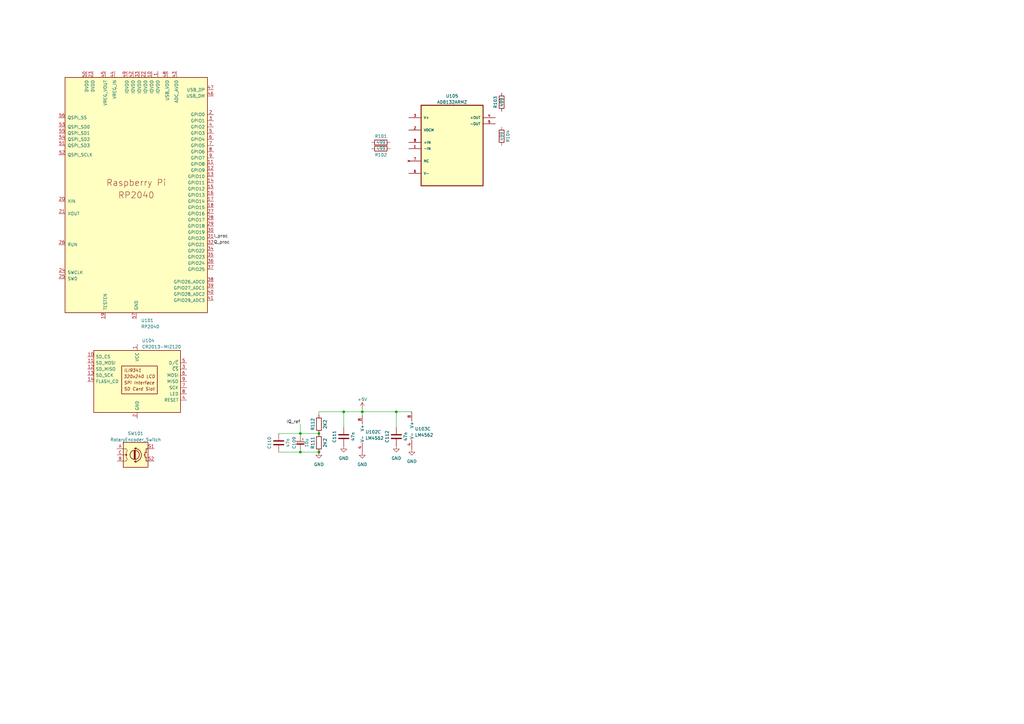
<source format=kicad_sch>
(kicad_sch (version 20220404) (generator eeschema)
  (paper "A3")
  (lib_symbols
    (symbol "AD8132ARMZ:AD8132ARMZ" (pin_names (offset 1.016))
      (property "Reference" "U" (at -4.8006 15.4432 0))
      (property "Value" "AD8132ARMZ" (at -6.2484 -25.0952 0))
      (symbol "AD8132ARMZ_0_0"
        (rectangle (start -12.7 -20.32) (end 12.7 12.7) (stroke (width 0.4064)) (fill (type background)))
        (pin input line (at -17.78 -5.08 0) (length 5.08) (name "-IN") (number "1"))
        (pin passive line (at -17.78 2.54 0) (length 5.08) (name "VOCM") (number "2"))
        (pin power_in line (at -17.78 7.62 0) (length 5.08) (name "V+") (number "3"))
        (pin output line (at 17.78 7.62 180) (length 5.08) (name "+OUT") (number "4"))
        (pin output line (at 17.78 5.08 180) (length 5.08) (name "-OUT") (number "5"))
        (pin power_in line (at -17.78 -15.24 0) (length 5.08) (name "V-") (number "6"))
        (pin no_connect line (at -17.78 -10.16 0) (length 5.08) (name "NC") (number "7"))
        (pin input line (at -17.78 -2.54 0) (length 5.08) (name "+IN") (number "8"))
      )
    )
    (symbol "Amplifier_Operational:LM4562" (pin_names (offset 0.127))
      (property "Reference" "U" (at 0 5.08 0))
      (property "Value" "LM4562" (at 0 -5.08 0))
      (symbol "LM4562_1_1"
        (polyline (pts (xy -5.08 5.08) (xy 5.08 0) (xy -5.08 -5.08) (xy -5.08 5.08)) (stroke (width 0.254)) (fill (type background)))
        (pin output line (at 7.62 0 180) (length 2.54) (name "~") (number "1"))
        (pin input line (at -7.62 -2.54 0) (length 2.54) (name "-") (number "2"))
        (pin input line (at -7.62 2.54 0) (length 2.54) (name "+") (number "3"))
      )
      (symbol "LM4562_2_1"
        (polyline (pts (xy -5.08 5.08) (xy 5.08 0) (xy -5.08 -5.08) (xy -5.08 5.08)) (stroke (width 0.254)) (fill (type background)))
        (pin input line (at -7.62 2.54 0) (length 2.54) (name "+") (number "5"))
        (pin input line (at -7.62 -2.54 0) (length 2.54) (name "-") (number "6"))
        (pin output line (at 7.62 0 180) (length 2.54) (name "~") (number "7"))
      )
      (symbol "LM4562_3_1"
        (pin power_in line (at -2.54 -7.62 90) (length 3.81) (name "V-") (number "4"))
        (pin power_in line (at -2.54 7.62 270) (length 3.81) (name "V+") (number "8"))
      )
    )
    (symbol "Device:C" (pin_numbers hide) (pin_names (offset 0.254))
      (property "Reference" "C" (at 0.635 2.54 0))
      (property "Value" "C" (at 0.635 -2.54 0))
      (symbol "C_0_1"
        (polyline (pts (xy -2.032 -0.762) (xy 2.032 -0.762)) (stroke (width 0.508)))
        (polyline (pts (xy -2.032 0.762) (xy 2.032 0.762)) (stroke (width 0.508)))
      )
      (symbol "C_1_1"
        (pin passive line (at 0 3.81 270) (length 2.794) (name "~") (number "1"))
        (pin passive line (at 0 -3.81 90) (length 2.794) (name "~") (number "2"))
      )
    )
    (symbol "Device:C_Polarized_Small" (pin_numbers hide) (pin_names (offset 0.254) hide)
      (property "Reference" "C" (at 0.254 1.778 0))
      (property "Value" "C_Polarized_Small" (at 0.254 -2.032 0))
      (symbol "C_Polarized_Small_0_1"
        (rectangle (start -1.524 -0.3048) (end 1.524 -0.6858) (fill (type outline)))
        (rectangle (start -1.524 0.6858) (end 1.524 0.3048))
        (polyline (pts (xy -1.27 1.524) (xy -0.762 1.524)))
        (polyline (pts (xy -1.016 1.27) (xy -1.016 1.778)))
      )
      (symbol "C_Polarized_Small_1_1"
        (pin passive line (at 0 2.54 270) (length 1.8542) (name "~") (number "1"))
        (pin passive line (at 0 -2.54 90) (length 1.8542) (name "~") (number "2"))
      )
    )
    (symbol "Device:R" (pin_numbers hide) (pin_names (offset 0))
      (property "Reference" "R" (at 2.032 0 90))
      (property "Value" "R" (at 0 0 90))
      (symbol "R_0_1"
        (rectangle (start -1.016 -2.54) (end 1.016 2.54) (stroke (width 0.254)))
      )
      (symbol "R_1_1"
        (pin passive line (at 0 3.81 270) (length 1.27) (name "~") (number "1"))
        (pin passive line (at 0 -3.81 90) (length 1.27) (name "~") (number "2"))
      )
    )
    (symbol "Device:RotaryEncoder_Switch" (pin_names (offset 0.254) hide)
      (property "Reference" "SW" (at 0 6.604 0))
      (property "Value" "RotaryEncoder_Switch" (at 0 -6.604 0))
      (symbol "RotaryEncoder_Switch_0_1"
        (rectangle (start -5.08 5.08) (end 5.08 -5.08) (stroke (width 0.254)) (fill (type background)))
        (circle (center -3.81 0) (radius 0.254) (fill (type outline)))
        (arc (start -0.381 -2.794) (mid 2.3622 -0.0508) (end -0.381 2.667) (stroke (width 0.254)))
        (circle (center -0.381 0) (radius 1.905) (stroke (width 0.254)))
        (polyline (pts (xy -0.635 -1.778) (xy -0.635 1.778)) (stroke (width 0.254)))
        (polyline (pts (xy -0.381 -1.778) (xy -0.381 1.778)) (stroke (width 0.254)))
        (polyline (pts (xy -0.127 1.778) (xy -0.127 -1.778)) (stroke (width 0.254)))
        (polyline (pts (xy 3.81 0) (xy 3.429 0)) (stroke (width 0.254)))
        (polyline (pts (xy 3.81 1.016) (xy 3.81 -1.016)) (stroke (width 0.254)))
        (polyline (pts (xy -5.08 -2.54) (xy -3.81 -2.54) (xy -3.81 -2.032)))
        (polyline (pts (xy -5.08 2.54) (xy -3.81 2.54) (xy -3.81 2.032)))
        (polyline (pts (xy 0.254 -3.048) (xy -0.508 -2.794) (xy 0.127 -2.413)) (stroke (width 0.254)))
        (polyline (pts (xy 0.254 2.921) (xy -0.508 2.667) (xy 0.127 2.286)) (stroke (width 0.254)))
        (polyline (pts (xy 5.08 -2.54) (xy 4.318 -2.54) (xy 4.318 -1.016)) (stroke (width 0.254)))
        (polyline (pts (xy 5.08 2.54) (xy 4.318 2.54) (xy 4.318 1.016)) (stroke (width 0.254)))
        (polyline (pts (xy -5.08 0) (xy -3.81 0) (xy -3.81 -1.016) (xy -3.302 -2.032)))
        (polyline (pts (xy -4.318 0) (xy -3.81 0) (xy -3.81 1.016) (xy -3.302 2.032)))
        (circle (center 4.318 -1.016) (radius 0.127) (stroke (width 0.254)))
        (circle (center 4.318 1.016) (radius 0.127) (stroke (width 0.254)))
      )
      (symbol "RotaryEncoder_Switch_1_1"
        (pin passive line (at -7.62 2.54 0) (length 2.54) (name "A") (number "A"))
        (pin passive line (at -7.62 -2.54 0) (length 2.54) (name "B") (number "B"))
        (pin passive line (at -7.62 0 0) (length 2.54) (name "C") (number "C"))
        (pin passive line (at 7.62 2.54 180) (length 2.54) (name "S1") (number "S1"))
        (pin passive line (at 7.62 -2.54 180) (length 2.54) (name "S2") (number "S2"))
      )
    )
    (symbol "Driver_Display:CR2013-MI2120" (pin_names (offset 0.762))
      (property "Reference" "U" (at -17.526 13.97 0))
      (property "Value" "CR2013-MI2120" (at 1.905 13.97 0))
      (symbol "CR2013-MI2120_0_0"
        (text "320x240 LCD" (at 0.889 2.032 0) (effects (font (size 1.27 1.27) italic)))
        (text "ILI9341" (at -5.461 4.572 0) (effects (font (size 1.27 1.27) italic) (justify left)))
        (text "SD Card Slot" (at -5.461 -3.048 0) (effects (font (size 1.27 1.27) italic) (justify left)))
        (text "SPI Interface" (at -5.461 -0.508 0) (effects (font (size 1.27 1.27) italic) (justify left)))
      )
      (symbol "CR2013-MI2120_0_1"
        (rectangle (start -17.78 12.7) (end 17.78 -12.7) (stroke (width 0.254)) (fill (type background)))
        (rectangle (start -6.35 6.35) (end 8.255 -5.08) (stroke (width 0.254)))
      )
      (symbol "CR2013-MI2120_1_1"
        (pin power_in line (at 0 15.24 270) (length 2.54) (name "VCC") (number "1"))
        (pin input line (at -20.32 10.16 0) (length 2.54) (name "SD_CS") (number "10"))
        (pin input line (at -20.32 7.62 0) (length 2.54) (name "SD_MOSI") (number "11"))
        (pin output line (at -20.32 5.08 0) (length 2.54) (name "SD_MISO") (number "12"))
        (pin input line (at -20.32 2.54 0) (length 2.54) (name "SD_SCK") (number "13"))
        (pin input line (at -20.32 0 0) (length 2.54) (name "FLASH_CD") (number "14"))
        (pin power_in line (at 0 -15.24 90) (length 2.54) (name "GND") (number "2"))
        (pin input line (at 20.32 5.08 180) (length 2.54) (name "~{CS}") (number "3"))
        (pin input line (at 20.32 -7.62 180) (length 2.54) (name "RESET") (number "4"))
        (pin input line (at 20.32 7.62 180) (length 2.54) (name "D/~{C}") (number "5"))
        (pin input line (at 20.32 2.54 180) (length 2.54) (name "MOSI") (number "6"))
        (pin input line (at 20.32 -2.54 180) (length 2.54) (name "SCK") (number "7"))
        (pin input line (at 20.32 -5.08 180) (length 2.54) (name "LED") (number "8"))
        (pin output line (at 20.32 0 180) (length 2.54) (name "MISO") (number "9"))
      )
    )
    (symbol "MCU_RaspberryPi_and_Boards:RP2040" (pin_names (offset 1.016))
      (property "Reference" "U" (at -29.21 49.53 0))
      (property "Value" "RP2040" (at 24.13 -49.53 0))
      (symbol "RP2040_0_0"
        (text "Raspberry Pi" (at 0 5.08 0) (effects (font (size 2.54 2.54))))
        (text "RP2040" (at 0 0 0) (effects (font (size 2.54 2.54))))
      )
      (symbol "RP2040_0_1"
        (rectangle (start 29.21 48.26) (end -29.21 -48.26) (stroke (width 0.254)) (fill (type background)))
      )
      (symbol "RP2040_1_1"
        (pin power_in line (at 8.89 50.8 270) (length 2.54) (name "IOVDD") (number "1"))
        (pin power_in line (at 6.35 50.8 270) (length 2.54) (name "IOVDD") (number "10"))
        (pin bidirectional line (at 31.75 12.7 180) (length 2.54) (name "GPIO8") (number "11"))
        (pin bidirectional line (at 31.75 10.16 180) (length 2.54) (name "GPIO9") (number "12"))
        (pin bidirectional line (at 31.75 7.62 180) (length 2.54) (name "GPIO10") (number "13"))
        (pin bidirectional line (at 31.75 5.08 180) (length 2.54) (name "GPIO11") (number "14"))
        (pin bidirectional line (at 31.75 2.54 180) (length 2.54) (name "GPIO12") (number "15"))
        (pin bidirectional line (at 31.75 0 180) (length 2.54) (name "GPIO13") (number "16"))
        (pin bidirectional line (at 31.75 -2.54 180) (length 2.54) (name "GPIO14") (number "17"))
        (pin bidirectional line (at 31.75 -5.08 180) (length 2.54) (name "GPIO15") (number "18"))
        (pin passive line (at -12.7 -50.8 90) (length 2.54) (name "TESTEN") (number "19"))
        (pin bidirectional line (at 31.75 33.02 180) (length 2.54) (name "GPIO0") (number "2"))
        (pin input line (at -31.75 -2.54 0) (length 2.54) (name "XIN") (number "20"))
        (pin passive line (at -31.75 -7.62 0) (length 2.54) (name "XOUT") (number "21"))
        (pin power_in line (at 3.81 50.8 270) (length 2.54) (name "IOVDD") (number "22"))
        (pin power_in line (at -17.78 50.8 270) (length 2.54) (name "DVDD") (number "23"))
        (pin output line (at -31.75 -31.75 0) (length 2.54) (name "SWCLK") (number "24"))
        (pin bidirectional line (at -31.75 -34.29 0) (length 2.54) (name "SWD") (number "25"))
        (pin input line (at -31.75 -20.32 0) (length 2.54) (name "RUN") (number "26"))
        (pin bidirectional line (at 31.75 -7.62 180) (length 2.54) (name "GPIO16") (number "27"))
        (pin bidirectional line (at 31.75 -10.16 180) (length 2.54) (name "GPIO17") (number "28"))
        (pin bidirectional line (at 31.75 -12.7 180) (length 2.54) (name "GPIO18") (number "29"))
        (pin bidirectional line (at 31.75 30.48 180) (length 2.54) (name "GPIO1") (number "3"))
        (pin bidirectional line (at 31.75 -15.24 180) (length 2.54) (name "GPIO19") (number "30"))
        (pin bidirectional line (at 31.75 -17.78 180) (length 2.54) (name "GPIO20") (number "31"))
        (pin bidirectional line (at 31.75 -20.32 180) (length 2.54) (name "GPIO21") (number "32"))
        (pin power_in line (at 1.27 50.8 270) (length 2.54) (name "IOVDD") (number "33"))
        (pin bidirectional line (at 31.75 -22.86 180) (length 2.54) (name "GPIO22") (number "34"))
        (pin bidirectional line (at 31.75 -25.4 180) (length 2.54) (name "GPIO23") (number "35"))
        (pin bidirectional line (at 31.75 -27.94 180) (length 2.54) (name "GPIO24") (number "36"))
        (pin bidirectional line (at 31.75 -30.48 180) (length 2.54) (name "GPIO25") (number "37"))
        (pin bidirectional line (at 31.75 -35.56 180) (length 2.54) (name "GPIO26_ADC0") (number "38"))
        (pin bidirectional line (at 31.75 -38.1 180) (length 2.54) (name "GPIO27_ADC1") (number "39"))
        (pin bidirectional line (at 31.75 27.94 180) (length 2.54) (name "GPIO2") (number "4"))
        (pin bidirectional line (at 31.75 -40.64 180) (length 2.54) (name "GPIO28_ADC2") (number "40"))
        (pin bidirectional line (at 31.75 -43.18 180) (length 2.54) (name "GPIO29_ADC3") (number "41"))
        (pin power_in line (at -1.27 50.8 270) (length 2.54) (name "IOVDD") (number "42"))
        (pin power_in line (at 16.51 50.8 270) (length 2.54) (name "ADC_AVDD") (number "43"))
        (pin power_in line (at -8.89 50.8 270) (length 2.54) (name "VREG_IN") (number "44"))
        (pin power_out line (at -12.7 50.8 270) (length 2.54) (name "VREG_VOUT") (number "45"))
        (pin bidirectional line (at 31.75 40.64 180) (length 2.54) (name "USB_DM") (number "46"))
        (pin bidirectional line (at 31.75 43.18 180) (length 2.54) (name "USB_DP") (number "47"))
        (pin power_in line (at 12.7 50.8 270) (length 2.54) (name "USB_VDD") (number "48"))
        (pin power_in line (at -3.81 50.8 270) (length 2.54) (name "IOVDD") (number "49"))
        (pin bidirectional line (at 31.75 25.4 180) (length 2.54) (name "GPIO3") (number "5"))
        (pin power_in line (at -20.32 50.8 270) (length 2.54) (name "DVDD") (number "50"))
        (pin bidirectional line (at -31.75 20.32 0) (length 2.54) (name "QSPI_SD3") (number "51"))
        (pin output line (at -31.75 16.51 0) (length 2.54) (name "QSPI_SCLK") (number "52"))
        (pin bidirectional line (at -31.75 27.94 0) (length 2.54) (name "QSPI_SD0") (number "53"))
        (pin bidirectional line (at -31.75 22.86 0) (length 2.54) (name "QSPI_SD2") (number "54"))
        (pin bidirectional line (at -31.75 25.4 0) (length 2.54) (name "QSPI_SD1") (number "55"))
        (pin bidirectional line (at -31.75 31.75 0) (length 2.54) (name "QSPI_SS") (number "56"))
        (pin power_in line (at 0 -50.8 90) (length 2.54) (name "GND") (number "57"))
        (pin bidirectional line (at 31.75 22.86 180) (length 2.54) (name "GPIO4") (number "6"))
        (pin bidirectional line (at 31.75 20.32 180) (length 2.54) (name "GPIO5") (number "7"))
        (pin bidirectional line (at 31.75 17.78 180) (length 2.54) (name "GPIO6") (number "8"))
        (pin bidirectional line (at 31.75 15.24 180) (length 2.54) (name "GPIO7") (number "9"))
      )
    )
    (symbol "power:+5V" (power) (pin_names (offset 0))
      (property "Value" "+5V" (at 0 3.556 0))
      (symbol "+5V_0_1"
        (polyline (pts (xy -0.762 1.27) (xy 0 2.54)))
        (polyline (pts (xy 0 0) (xy 0 2.54)))
        (polyline (pts (xy 0 2.54) (xy 0.762 1.27)))
      )
      (symbol "+5V_1_1"
        (pin power_in line (at 0 0 90) (length 0) hide (name "+5V") (number "1"))
      )
    )
    (symbol "power:GND" (power) (pin_names (offset 0))
      (property "Value" "GND" (at 0 -3.81 0))
      (symbol "GND_0_1"
        (polyline (pts (xy 0 0) (xy 0 -1.27) (xy 1.27 -1.27) (xy 0 -2.54) (xy -1.27 -1.27) (xy 0 -1.27)))
      )
      (symbol "GND_1_1"
        (pin power_in line (at 0 0 270) (length 0) hide (name "GND") (number "1"))
      )
    )
  )
  (junction (at 130.81 177.8))
  (junction (at 148.59 168.91))
  (junction (at 162.56 168.91))
  (junction (at 123.19 185.42))
  (junction (at 123.19 177.8))
  (junction (at 130.81 185.42))
  (junction (at 140.97 168.91))
  (wire (pts (xy 162.56 168.91) (xy 162.56 175.26)))
  (wire (pts (xy 148.59 167.64) (xy 148.59 168.91)))
  (wire (pts (xy 123.19 185.42) (xy 130.81 185.42)))
  (wire (pts (xy 123.19 177.8) (xy 130.81 177.8)))
  (wire (pts (xy 123.19 173.99) (xy 123.19 177.8)))
  (wire (pts (xy 162.56 168.91) (xy 168.91 168.91)))
  (wire (pts (xy 123.19 179.07) (xy 123.19 177.8)))
  (wire (pts (xy 114.3 185.42) (xy 123.19 185.42)))
  (wire (pts (xy 140.97 168.91) (xy 148.59 168.91)))
  (wire (pts (xy 123.19 184.15) (xy 123.19 185.42)))
  (wire (pts (xy 148.59 168.91) (xy 148.59 170.18)))
  (wire (pts (xy 130.81 168.91) (xy 130.81 170.18)))
  (wire (pts (xy 140.97 168.91) (xy 140.97 175.26)))
  (wire (pts (xy 114.3 177.8) (xy 123.19 177.8)))
  (wire (pts (xy 148.59 168.91) (xy 162.56 168.91)))
  (wire (pts (xy 130.81 168.91) (xy 140.97 168.91)))
  (label "Q_proc" (at 87.63 100.33 0))
  (label "IQ_ref" (at 123.19 173.99 180))
  (label "I_proc" (at 87.63 97.79 0))
  (symbol (lib_id "power:GND") (at 168.91 184.15 0) (unit 1)
    (default_instance (reference "#PWR") (unit 1) (value "GND") (footprint ""))
    (property "Reference" "#PWR0104" (effects hide))
    (property "Value" "GND" (at 168.91 189.23 0))
  )
  (symbol (lib_id "MCU_RaspberryPi_and_Boards:RP2040") (at 55.88 80.01 0) (unit 1)
    (default_instance (reference "U") (unit 1) (value "RP2040") (footprint "RP2040_minimal:RP2040-QFN-56"))
    (property "Reference" "U101" (at 57.8359 131.445 0) (effects (justify left)))
    (property "Value" "RP2040" (at 57.8359 133.985 0) (effects (justify left)))
    (property "Footprint" "RP2040_minimal:RP2040-QFN-56" (effects hide))
  )
  (symbol (lib_id "Device:C") (at 114.3 181.61 180) (unit 1)
    (default_instance (reference "C") (unit 1) (value "C") (footprint ""))
    (property "Reference" "C110" (at 110.49 181.61 90))
    (property "Value" "47n" (at 118.11 181.61 90))
    (property "Footprint" "Capacitor_SMD:C_0805_2012Metric" (effects hide))
  )
  (symbol (lib_id "Device:R") (at 130.81 173.99 180) (unit 1)
    (default_instance (reference "R") (unit 1) (value "R") (footprint ""))
    (property "Reference" "R112" (at 128.27 173.99 90))
    (property "Value" "2K2" (at 133.35 173.99 90))
    (property "Footprint" "Resistor_SMD:R_0805_2012Metric" (effects hide))
  )
  (symbol (lib_id "Device:C_Polarized_Small") (at 123.19 181.61 0) (mirror y) (unit 1)
    (default_instance (reference "C") (unit 1) (value "C_Polarized_Small") (footprint ""))
    (property "Reference" "C109" (at 120.65 181.61 90))
    (property "Value" "10u" (at 125.73 181.61 90))
    (property "Footprint" "Capacitor_SMD:CP_Elec_5x3" (effects hide))
  )
  (symbol (lib_id "power:GND") (at 162.56 182.88 0) (unit 1)
    (default_instance (reference "#PWR") (unit 1) (value "GND") (footprint ""))
    (property "Reference" "#PWR0108" (effects hide))
    (property "Value" "GND" (at 162.56 187.96 0))
  )
  (symbol (lib_id "Device:RotaryEncoder_Switch") (at 55.626 186.563 0) (unit 1)
    (default_instance (reference "SW") (unit 1) (value "RotaryEncoder_Switch") (footprint ""))
    (property "Reference" "SW101" (at 55.626 177.8 0))
    (property "Value" "RotaryEncoder_Switch" (at 55.626 180.34 0))
  )
  (symbol (lib_id "power:+5V") (at 148.59 167.64 0) (unit 1)
    (default_instance (reference "#PWR") (unit 1) (value "+5V") (footprint ""))
    (property "Reference" "#PWR0106" (effects hide))
    (property "Value" "+5V" (at 148.59 163.83 0))
  )
  (symbol (lib_id "AD8132ARMZ:AD8132ARMZ") (at 185.42 55.88 0) (unit 1)
    (default_instance (reference "U") (unit 1) (value "AD8132ARMZ") (footprint "SOP65P490X110-8N"))
    (property "Reference" "U105" (at 185.42 39.37 0))
    (property "Value" "AD8132ARMZ" (at 185.42 41.91 0))
    (property "Footprint" "SOP65P490X110-8N" (effects hide))
    (property "MF" "Analog Devices" (effects hide))
    (property "Description" "\nLow Cost, High Speed Differential Amplifier\n" (effects hide))
    (property "PACKAGE" "MSOP-8" (effects hide))
    (property "MPN" "AD8132ARMZ" (effects hide))
    (property "Price" "None" (effects hide))
    (property "Package" "MSOP-8 Analog Devices" (effects hide))
    (property "OC_FARNELL" "1660958" (effects hide))
    (property "SnapEDA_Link" "https://www.snapeda.com/parts/AD8132ARMZ-REEL7/Analog+Devices/view-part/?ref=snap" (effects hide))
    (property "MP" "AD8132ARMZ-REEL7" (effects hide))
    (property "Purchase-URL" "https://pricing.snapeda.com/search?q=AD8132ARMZ-REEL7&ref=eda" (effects hide))
    (property "SUPPLIER" "Analog Devices" (effects hide))
    (property "OC_NEWARK" "82H2985" (effects hide))
    (property "Availability" "In Stock" (effects hide))
    (property "Check_prices" "https://www.snapeda.com/parts/AD8132ARMZ-REEL7/Analog+Devices/view-part/?ref=eda" (effects hide))
  )
  (symbol (lib_id "power:GND") (at 130.81 185.42 0) (unit 1)
    (default_instance (reference "#PWR") (unit 1) (value "GND") (footprint ""))
    (property "Reference" "#PWR0105" (effects hide))
    (property "Value" "GND" (at 130.81 190.5 0))
  )
  (symbol (lib_id "power:GND") (at 148.59 185.42 0) (unit 1)
    (default_instance (reference "#PWR") (unit 1) (value "GND") (footprint ""))
    (property "Reference" "#PWR0102" (effects hide))
    (property "Value" "GND" (at 148.59 190.5 0))
  )
  (symbol (lib_id "Driver_Display:CR2013-MI2120") (at 56.261 156.464 0) (unit 1)
    (default_instance (reference "U") (unit 1) (value "CR2013-MI2120") (footprint "Display:CR2013-MI2120"))
    (property "Reference" "U104" (at 58.2169 139.7 0) (effects (justify left)))
    (property "Value" "CR2013-MI2120" (at 58.2169 142.24 0) (effects (justify left)))
    (property "Footprint" "Display:CR2013-MI2120" (effects hide))
    (property "Datasheet" "http://pan.baidu.com/s/11Y990" (effects hide))
  )
  (symbol (lib_id "Amplifier_Operational:LM4562") (at 151.13 177.8 0) (unit 3)
    (default_instance (reference "U") (unit 1) (value "LM4562") (footprint ""))
    (property "Reference" "U102" (at 149.86 177.165 0) (effects (justify left)))
    (property "Value" "LM4562" (at 149.86 179.705 0) (effects (justify left)))
    (property "Datasheet" "http://www.ti.com/lit/ds/symlink/lm4562.pdf" (effects hide))
  )
  (symbol (lib_id "Device:C") (at 162.56 179.07 180) (unit 1)
    (default_instance (reference "C") (unit 1) (value "C") (footprint ""))
    (property "Reference" "C112" (at 158.75 179.07 90))
    (property "Value" "47n" (at 166.37 179.07 90))
    (property "Footprint" "Capacitor_SMD:C_0805_2012Metric" (effects hide))
  )
  (symbol (lib_id "Device:R") (at 130.81 181.61 180) (unit 1)
    (default_instance (reference "R") (unit 1) (value "R") (footprint ""))
    (property "Reference" "R111" (at 128.27 181.61 90))
    (property "Value" "2K2" (at 133.35 181.61 90))
    (property "Footprint" "Resistor_SMD:R_0805_2012Metric" (effects hide))
  )
  (symbol (lib_id "Device:R") (at 156.21 60.96 90) (unit 1)
    (default_instance (reference "R") (unit 1) (value "R") (footprint ""))
    (property "Reference" "R102" (at 156.21 63.5 90))
    (property "Value" "499" (at 156.21 60.96 90))
    (property "Footprint" "Resistor_SMD:R_0805_2012Metric" (effects hide))
  )
  (symbol (lib_id "Device:C") (at 140.97 179.07 180) (unit 1)
    (default_instance (reference "C") (unit 1) (value "C") (footprint ""))
    (property "Reference" "C111" (at 137.16 179.07 90))
    (property "Value" "47n" (at 144.78 179.07 90))
    (property "Footprint" "Capacitor_SMD:C_0805_2012Metric" (effects hide))
  )
  (symbol (lib_id "Amplifier_Operational:LM4562") (at 171.45 176.53 0) (unit 3)
    (default_instance (reference "U") (unit 1) (value "LM4562") (footprint ""))
    (property "Reference" "U103" (at 170.18 175.895 0) (effects (justify left)))
    (property "Value" "LM4562" (at 170.18 178.435 0) (effects (justify left)))
    (property "Datasheet" "http://www.ti.com/lit/ds/symlink/lm4562.pdf" (effects hide))
  )
  (symbol (lib_id "Device:R") (at 205.74 55.88 180) (unit 1)
    (default_instance (reference "R") (unit 1) (value "R") (footprint ""))
    (property "Reference" "R104" (at 208.28 55.88 90))
    (property "Value" "499" (at 205.74 55.88 90))
    (property "Footprint" "Resistor_SMD:R_0805_2012Metric" (effects hide))
  )
  (symbol (lib_id "Device:R") (at 205.74 41.91 180) (unit 1)
    (default_instance (reference "R") (unit 1) (value "R") (footprint ""))
    (property "Reference" "R103" (at 203.2 41.91 90))
    (property "Value" "499" (at 205.74 41.91 90))
    (property "Footprint" "Resistor_SMD:R_0805_2012Metric" (effects hide))
  )
  (symbol (lib_id "power:GND") (at 140.97 182.88 0) (unit 1)
    (default_instance (reference "#PWR") (unit 1) (value "GND") (footprint ""))
    (property "Reference" "#PWR0107" (effects hide))
    (property "Value" "GND" (at 140.97 187.96 0))
  )
  (symbol (lib_id "Device:R") (at 156.21 58.42 90) (unit 1)
    (default_instance (reference "R") (unit 1) (value "R") (footprint ""))
    (property "Reference" "R101" (at 156.21 55.88 90))
    (property "Value" "499" (at 156.21 58.42 90))
    (property "Footprint" "Resistor_SMD:R_0805_2012Metric" (effects hide))
  )
)
</source>
